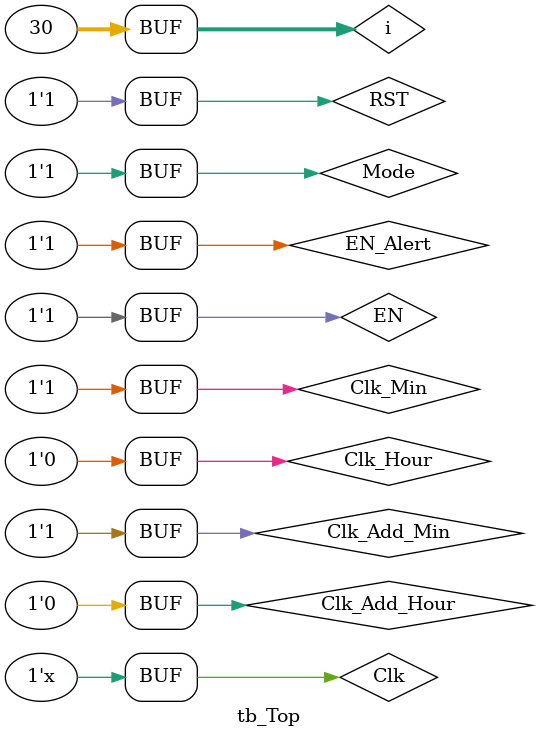
<source format=v>
`timescale 1ns / 1ps
module tb_Top();
reg Clk;
reg Clk_Min,Clk_Hour,EN_Alert;//for alert set
reg Clk_Add_Hour,Clk_Add_Min;//set clock
reg EN,RST,Mode;//Ñ¡Ôñ 0-12 or1- 24

wire LedSharp,LedAlert;
wire [7:0]SegsChose;
wire [6:0]SegsValue;
wire APM;
integer i=0;
TOP_Clock TP(Clk,Clk_Min,Clk_Hour,EN_Alert,Clk_Add_Hour,EN,Clk_Add_Min,RST,Mode,LedSharp,LedAlert,SegsChose,SegsValue,APM);
initial begin
    {Clk,Clk_Min,Clk_Hour,Clk_Add_Hour,Clk_Add_Min}=5'b00000;
    EN=1'b1;RST=1'b0;Mode=1'b0;EN_Alert=1'b0;
    #20
    RST=1'b1;
    #100
    for(i=0;i<25;i=i+1)begin
        {Clk_Add_Hour,Clk_Add_Min}=2'b10;
        #10
        {Clk_Add_Hour,Clk_Add_Min}=2'b01;
        #10;
    end
    {Clk_Add_Hour,Clk_Add_Min}=2'b00;
    #100
    EN_Alert=1'b1;
    for(i=0;i<25;i=i+1)begin
        {Clk_Hour,Clk_Min}=2'b10;
        #10
        {Clk_Hour,Clk_Min}=2'b01;
        #10;
    end
    #20
    Mode = 1'b1;
    for(i=0;i<30;i=i+1)begin
        {Clk_Add_Hour,Clk_Add_Min}=2'b10;
        #10
        {Clk_Add_Hour,Clk_Add_Min}=2'b01;
        #10;
    end
    #400;
end
always #5 Clk=~Clk;
endmodule

</source>
